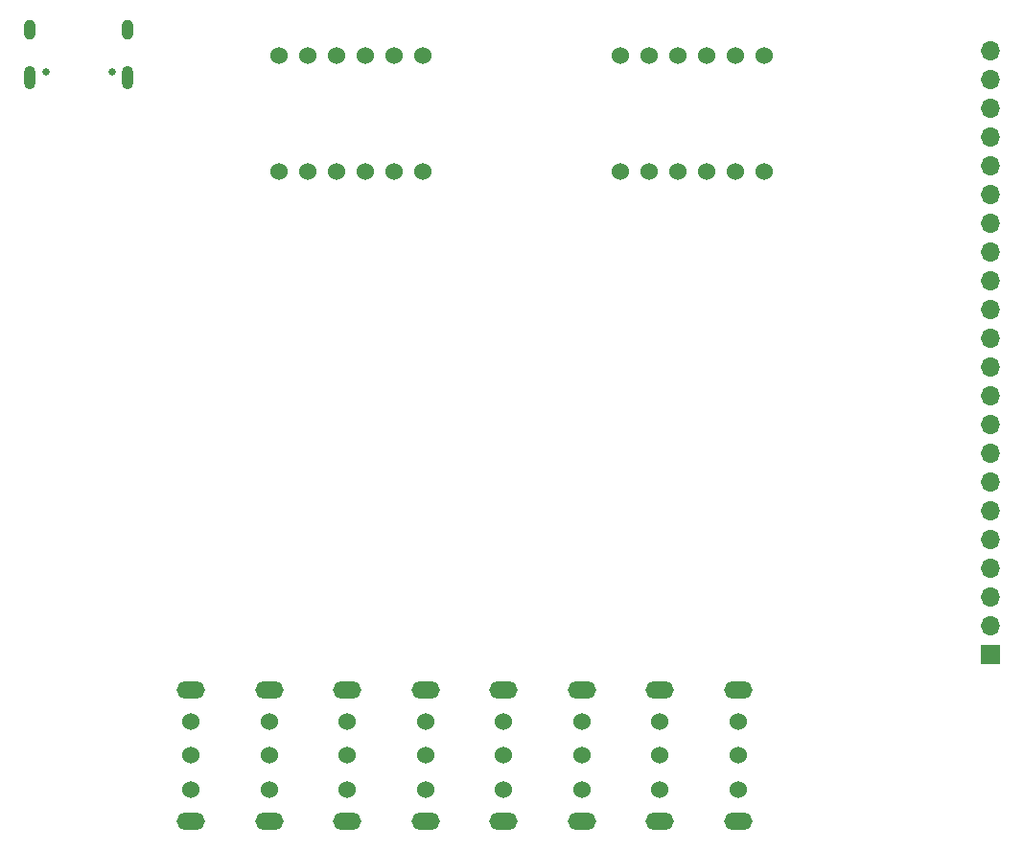
<source format=gbr>
%TF.GenerationSoftware,KiCad,Pcbnew,7.0.7*%
%TF.CreationDate,2023-11-08T14:01:29-08:00*%
%TF.ProjectId,ProgrammaGull_Sandpiper,50726f67-7261-46d6-9d61-47756c6c5f53,rev?*%
%TF.SameCoordinates,Original*%
%TF.FileFunction,Soldermask,Bot*%
%TF.FilePolarity,Negative*%
%FSLAX46Y46*%
G04 Gerber Fmt 4.6, Leading zero omitted, Abs format (unit mm)*
G04 Created by KiCad (PCBNEW 7.0.7) date 2023-11-08 14:01:29*
%MOMM*%
%LPD*%
G01*
G04 APERTURE LIST*
%ADD10C,1.524000*%
%ADD11O,2.500000X1.524000*%
%ADD12C,0.650000*%
%ADD13O,1.000000X2.100000*%
%ADD14O,1.000000X1.800000*%
%ADD15R,1.700000X1.700000*%
%ADD16O,1.700000X1.700000*%
G04 APERTURE END LIST*
D10*
%TO.C,SW5*%
X59600000Y-88600000D03*
X59600000Y-91600000D03*
X59600000Y-94600000D03*
D11*
X59600000Y-85800000D03*
X59600000Y-97400000D03*
%TD*%
D10*
%TO.C,SW4*%
X66500000Y-88600000D03*
X66500000Y-91600000D03*
X66500000Y-94600000D03*
D11*
X66500000Y-85800000D03*
X66500000Y-97400000D03*
%TD*%
D10*
%TO.C,SW0*%
X94100000Y-88600000D03*
X94100000Y-91600000D03*
X94100000Y-94600000D03*
D11*
X94100000Y-85800000D03*
X94100000Y-97400000D03*
%TD*%
D12*
%TO.C,P1*%
X38810000Y-31180000D03*
X33030000Y-31180000D03*
D13*
X40240000Y-31680000D03*
D14*
X40240000Y-27500000D03*
D13*
X31600000Y-31680000D03*
D14*
X31600000Y-27500000D03*
%TD*%
D10*
%TO.C,SW2*%
X80300000Y-88600000D03*
X80300000Y-91600000D03*
X80300000Y-94600000D03*
D11*
X80300000Y-85800000D03*
X80300000Y-97400000D03*
%TD*%
D10*
%TO.C,SW1*%
X87200000Y-88600000D03*
X87200000Y-91600000D03*
X87200000Y-94600000D03*
D11*
X87200000Y-85800000D03*
X87200000Y-97400000D03*
%TD*%
D10*
%TO.C,SW6*%
X52700000Y-88600000D03*
X52700000Y-91600000D03*
X52700000Y-94600000D03*
D11*
X52700000Y-85800000D03*
X52700000Y-97400000D03*
%TD*%
D10*
%TO.C,SW7*%
X45800000Y-88600000D03*
X45800000Y-91600000D03*
X45800000Y-94600000D03*
D11*
X45800000Y-85800000D03*
X45800000Y-97400000D03*
%TD*%
D10*
%TO.C,U8*%
X53600000Y-40000000D03*
X56140000Y-40000000D03*
X58680000Y-40000000D03*
X61220000Y-40000000D03*
X63760000Y-40000000D03*
X66300000Y-40000000D03*
X66300000Y-29740000D03*
X63760000Y-29740000D03*
X61220000Y-29740000D03*
X58680000Y-29740000D03*
X56140000Y-29740000D03*
X53600000Y-29740000D03*
%TD*%
%TO.C,U10*%
X83700000Y-40000000D03*
X86240000Y-40000000D03*
X88780000Y-40000000D03*
X91320000Y-40000000D03*
X93860000Y-40000000D03*
X96400000Y-40000000D03*
X96400000Y-29740000D03*
X93860000Y-29740000D03*
X91320000Y-29740000D03*
X88780000Y-29740000D03*
X86240000Y-29740000D03*
X83700000Y-29740000D03*
%TD*%
%TO.C,SW3*%
X73400000Y-88600000D03*
X73400000Y-91600000D03*
X73400000Y-94600000D03*
D11*
X73400000Y-85800000D03*
X73400000Y-97400000D03*
%TD*%
D15*
%TO.C,J4*%
X116397500Y-82670000D03*
D16*
X116397500Y-80130000D03*
X116397500Y-77590000D03*
X116397500Y-75050000D03*
X116397500Y-72510000D03*
X116397500Y-69970000D03*
X116397500Y-67430000D03*
X116397500Y-64890000D03*
X116397500Y-62350000D03*
X116397500Y-59810000D03*
X116397500Y-57270000D03*
X116397500Y-54730000D03*
X116397500Y-52190000D03*
X116397500Y-49650000D03*
X116397500Y-47110000D03*
X116397500Y-44570000D03*
X116397500Y-42030000D03*
X116397500Y-39490000D03*
X116397500Y-36950000D03*
X116397500Y-34410000D03*
X116397500Y-31870000D03*
X116397500Y-29330000D03*
%TD*%
M02*

</source>
